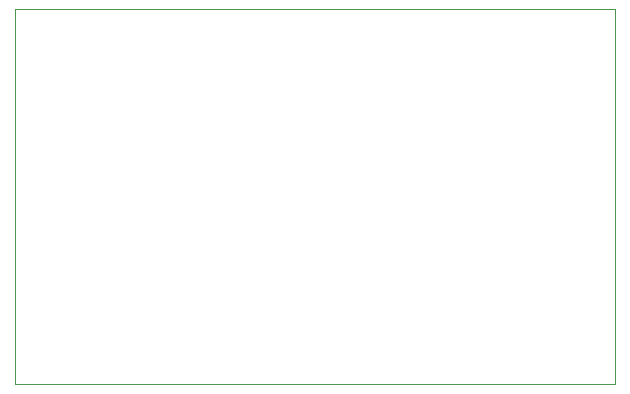
<source format=gbr>
G04 #@! TF.GenerationSoftware,KiCad,Pcbnew,(5.1.4-0-10_14)*
G04 #@! TF.CreationDate,2019-09-08T17:56:33-07:00*
G04 #@! TF.ProjectId,de10-lite-ram-rom,64653130-2d6c-4697-9465-2d72616d2d72,rev?*
G04 #@! TF.SameCoordinates,Original*
G04 #@! TF.FileFunction,Profile,NP*
%FSLAX46Y46*%
G04 Gerber Fmt 4.6, Leading zero omitted, Abs format (unit mm)*
G04 Created by KiCad (PCBNEW (5.1.4-0-10_14)) date 2019-09-08 17:56:33*
%MOMM*%
%LPD*%
G04 APERTURE LIST*
%ADD10C,0.050000*%
G04 APERTURE END LIST*
D10*
X171450000Y-143256000D02*
X120650000Y-143256000D01*
X171450000Y-111506000D02*
X171450000Y-143256000D01*
X120650000Y-111506000D02*
X171450000Y-111506000D01*
X120650000Y-143256000D02*
X120650000Y-111506000D01*
M02*

</source>
